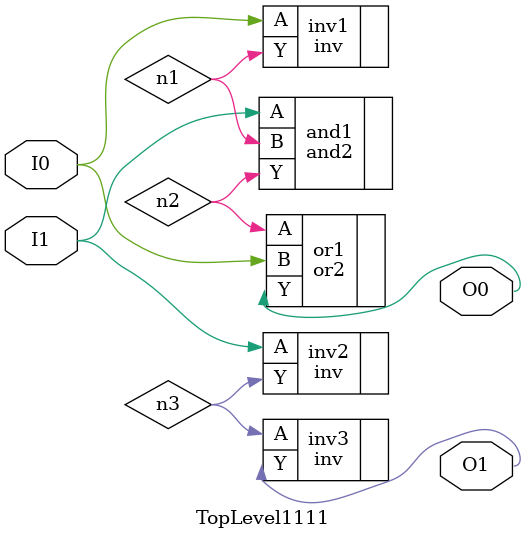
<source format=v>

module TopLevel1111(I0, I1, O0, O1);
  input I0, I1;
  output O0, O1;
  
  wire n1, n2, n3;
  
  inv inv1(.A(I0), .Y(n1));           // n1 = ~I0
  and2 and1(.A(I1), .B(n1), .Y(n2)); // n2 = I1 & ~I0
  or2 or1(.A(n2), .B(I0), .Y(O0));   // O0 = n2 | I0 (same as 1110)
  inv inv2(.A(I1), .Y(n3));           // n3 = ~I1
  inv inv3(.A(n3), .Y(O1));           // O1 = ~~I1 = I1 (DIFFERENT!)
  
endmodule

</source>
